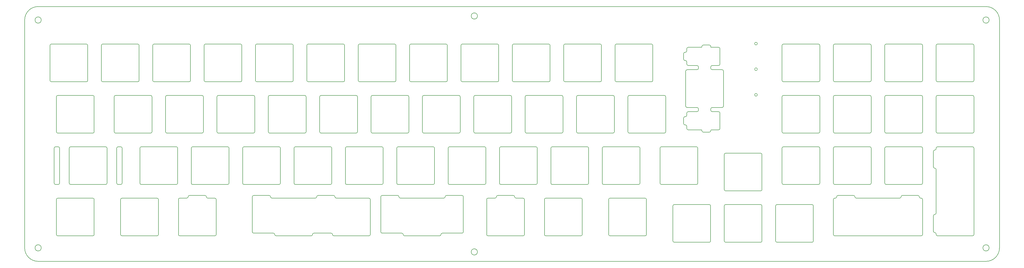
<source format=gm1>
G04 #@! TF.GenerationSoftware,KiCad,Pcbnew,7.0.1*
G04 #@! TF.CreationDate,2023-04-12T11:01:51-04:00*
G04 #@! TF.ProjectId,kastenwagen-1840-chunky-plate,6b617374-656e-4776-9167-656e2d313834,rev?*
G04 #@! TF.SameCoordinates,Original*
G04 #@! TF.FileFunction,Profile,NP*
%FSLAX46Y46*%
G04 Gerber Fmt 4.6, Leading zero omitted, Abs format (unit mm)*
G04 Created by KiCad (PCBNEW 7.0.1) date 2023-04-12 11:01:51*
%MOMM*%
%LPD*%
G01*
G04 APERTURE LIST*
G04 #@! TA.AperFunction,Profile*
%ADD10C,0.200000*%
G04 #@! TD*
G04 #@! TA.AperFunction,Profile*
%ADD11C,0.150000*%
G04 #@! TD*
G04 APERTURE END LIST*
D10*
X280700400Y-37236400D02*
G75*
G03*
X280700400Y-37236400I-500000J0D01*
G01*
X280700400Y-27736400D02*
G75*
G03*
X280700400Y-27736400I-500000J0D01*
G01*
X280700400Y-18236400D02*
G75*
G03*
X280700400Y-18236400I-500000J0D01*
G01*
D11*
X366650000Y-9500000D02*
G75*
G03*
X366650000Y-9500000I-1150000J0D01*
G01*
X366650000Y-94000000D02*
G75*
G03*
X366650000Y-94000000I-1150000J0D01*
G01*
X15150000Y-94000000D02*
G75*
G03*
X15150000Y-94000000I-1150000J0D01*
G01*
X176900000Y-95500000D02*
G75*
G03*
X176900000Y-95500000I-1150000J0D01*
G01*
D10*
X9000000Y-94000000D02*
G75*
G03*
X14000000Y-99000000I5000000J0D01*
G01*
X14000000Y-4500000D02*
G75*
G03*
X9000000Y-9500000I0J-5000000D01*
G01*
X14000000Y-99000000D02*
X365500000Y-99000000D01*
X370500000Y-9500000D02*
G75*
G03*
X365500000Y-4500000I-5000000J0D01*
G01*
X365500000Y-99000000D02*
G75*
G03*
X370500000Y-94000000I0J5000000D01*
G01*
D11*
X15150000Y-9500000D02*
G75*
G03*
X15150000Y-9500000I-1150000J0D01*
G01*
D10*
X14000000Y-4500000D02*
X365500000Y-4500000D01*
D11*
X176900000Y-8000000D02*
G75*
G03*
X176900000Y-8000000I-1150000J0D01*
G01*
D10*
X9000000Y-94000000D02*
X9000000Y-9500000D01*
X370500000Y-94000000D02*
X370500000Y-9500000D01*
G04 #@! TO.C,REF\u002A\u002A*
X268143750Y-28425000D02*
X268143750Y-41425000D01*
X267643750Y-41925000D02*
X263943750Y-41925000D01*
X267643750Y-27925000D02*
X263943750Y-27925000D01*
X266843750Y-43988000D02*
X266843750Y-49738000D01*
X266843750Y-25862000D02*
X266843750Y-20112000D01*
X266343750Y-43488000D02*
X263943750Y-43488000D01*
X266343750Y-26362000D02*
X263943750Y-26362000D01*
X263543750Y-50238000D02*
X266343750Y-50238000D01*
X263543750Y-19612000D02*
X266343750Y-19612000D01*
X263443750Y-50575000D02*
X263443750Y-50338000D01*
X263443750Y-42988000D02*
X263443750Y-42425000D01*
X263443750Y-26862000D02*
X263443750Y-27425000D01*
X263443750Y-19512000D02*
X263443750Y-19275000D01*
X260643750Y-51075000D02*
X262943750Y-51075000D01*
X260643750Y-18775000D02*
X262943750Y-18775000D01*
X260143750Y-50338000D02*
X260143750Y-50575000D01*
X260143750Y-19275000D02*
X260143750Y-19512000D01*
X258843750Y-42988000D02*
X258843750Y-42425000D01*
X258843750Y-26862000D02*
X258843750Y-27425000D01*
X258343750Y-43488000D02*
X255043750Y-43488000D01*
X258343750Y-41925000D02*
X254643750Y-41925000D01*
X258343750Y-27925000D02*
X254643750Y-27925000D01*
X258343750Y-26362000D02*
X255043750Y-26362000D01*
X255043750Y-50238000D02*
X260043750Y-50238000D01*
X255043750Y-19612000D02*
X260043750Y-19612000D01*
X254543750Y-49738000D02*
X254543750Y-48900000D01*
X254543750Y-44825000D02*
X254543750Y-43988000D01*
X254543750Y-25862000D02*
X254543750Y-25025000D01*
X254543750Y-20950000D02*
X254543750Y-20112000D01*
X254143750Y-41425000D02*
X254143750Y-28425000D01*
X253868750Y-48400000D02*
X254043750Y-48400000D01*
X253868750Y-45325000D02*
X254043750Y-45325000D01*
X253868750Y-24525000D02*
X254043750Y-24525000D01*
X253868750Y-21450000D02*
X254043750Y-21450000D01*
X253368750Y-47900000D02*
X253368750Y-45825000D01*
X253368750Y-24025000D02*
X253368750Y-21950000D01*
X267643750Y-41925000D02*
G75*
G03*
X268143750Y-41425000I-1J500001D01*
G01*
X268143750Y-28425000D02*
G75*
G03*
X267643750Y-27925000I-500001J-1D01*
G01*
X266343750Y-50238000D02*
G75*
G03*
X266843750Y-49738000I-1J500001D01*
G01*
X266343750Y-26362000D02*
G75*
G03*
X266843750Y-25862000I-1J500001D01*
G01*
X266843750Y-43988000D02*
G75*
G03*
X266343750Y-43488000I-500001J-1D01*
G01*
X266843750Y-20112000D02*
G75*
G03*
X266343750Y-19612000I-500001J-1D01*
G01*
X263443750Y-42988000D02*
G75*
G03*
X263943750Y-43488000I500001J1D01*
G01*
X263443750Y-27425000D02*
G75*
G03*
X263943750Y-27925000I500001J1D01*
G01*
X263443750Y-19512000D02*
G75*
G03*
X263543750Y-19612000I99999J-1D01*
G01*
X262943750Y-51075000D02*
G75*
G03*
X263443750Y-50575000I-1J500001D01*
G01*
X263543750Y-50238000D02*
G75*
G03*
X263443750Y-50338000I-1J-99999D01*
G01*
X263943750Y-41925000D02*
G75*
G03*
X263443750Y-42425000I1J-500001D01*
G01*
X263943750Y-26362000D02*
G75*
G03*
X263443750Y-26862000I1J-500001D01*
G01*
X263443750Y-19275000D02*
G75*
G03*
X262943750Y-18775000I-500001J-1D01*
G01*
X260143750Y-50575000D02*
G75*
G03*
X260643750Y-51075000I500000J0D01*
G01*
X260043750Y-19612000D02*
G75*
G03*
X260143750Y-19512000I0J100000D01*
G01*
X260643750Y-18775000D02*
G75*
G03*
X260143750Y-19275000I0J-500000D01*
G01*
X260143750Y-50338000D02*
G75*
G03*
X260043750Y-50238000I-100000J0D01*
G01*
X258343750Y-43488000D02*
G75*
G03*
X258843750Y-42988000I0J500000D01*
G01*
X258343750Y-27925000D02*
G75*
G03*
X258843750Y-27425000I0J500000D01*
G01*
X258843750Y-42425000D02*
G75*
G03*
X258343750Y-41925000I-500000J0D01*
G01*
X258843750Y-26862000D02*
G75*
G03*
X258343750Y-26362000I-500000J0D01*
G01*
X254543750Y-49738000D02*
G75*
G03*
X255043750Y-50238000I500000J0D01*
G01*
X254543750Y-25862000D02*
G75*
G03*
X255043750Y-26362000I500000J0D01*
G01*
X254143750Y-41425000D02*
G75*
G03*
X254643750Y-41925000I500000J0D01*
G01*
X254043750Y-45325000D02*
G75*
G03*
X254543750Y-44825000I0J500000D01*
G01*
X255043750Y-43488000D02*
G75*
G03*
X254543750Y-43988000I0J-500000D01*
G01*
X254043750Y-21450000D02*
G75*
G03*
X254543750Y-20950000I0J500000D01*
G01*
X255043750Y-19612000D02*
G75*
G03*
X254543750Y-20112000I0J-500000D01*
G01*
X254643750Y-27925000D02*
G75*
G03*
X254143750Y-28425000I0J-500000D01*
G01*
X254543750Y-48900000D02*
G75*
G03*
X254043750Y-48400000I-500000J0D01*
G01*
X254543750Y-25025000D02*
G75*
G03*
X254043750Y-24525000I-500000J0D01*
G01*
X253368750Y-47900000D02*
G75*
G03*
X253868750Y-48400000I500000J0D01*
G01*
X253368750Y-24025000D02*
G75*
G03*
X253868750Y-24525000I500000J0D01*
G01*
X253868750Y-45325000D02*
G75*
G03*
X253368750Y-45825000I0J-500000D01*
G01*
X253868750Y-21450000D02*
G75*
G03*
X253368750Y-21950000I0J-500000D01*
G01*
X18400000Y-18900000D02*
X18400000Y-31900000D01*
X18900000Y-18400000D02*
X31900000Y-18400000D01*
X31900000Y-32400000D02*
X18900000Y-32400000D01*
X32400000Y-31900000D02*
X32400000Y-18900000D01*
X18900000Y-18400000D02*
G75*
G03*
X18400000Y-18900000I1J-500001D01*
G01*
X18400000Y-31900000D02*
G75*
G03*
X18900000Y-32400000I500001J1D01*
G01*
X32400000Y-18900000D02*
G75*
G03*
X31900000Y-18400000I-500000J0D01*
G01*
X31900000Y-32400000D02*
G75*
G03*
X32400000Y-31900000I0J500000D01*
G01*
X37450000Y-18900000D02*
X37450000Y-31900000D01*
X37950000Y-18400000D02*
X50950000Y-18400000D01*
X50950000Y-32400000D02*
X37950000Y-32400000D01*
X51450000Y-31900000D02*
X51450000Y-18900000D01*
X37950000Y-18400000D02*
G75*
G03*
X37450000Y-18900000I1J-500001D01*
G01*
X37450000Y-31900000D02*
G75*
G03*
X37950000Y-32400000I500001J1D01*
G01*
X51450000Y-18900000D02*
G75*
G03*
X50950000Y-18400000I-500000J0D01*
G01*
X50950000Y-32400000D02*
G75*
G03*
X51450000Y-31900000I0J500000D01*
G01*
X56500000Y-18900000D02*
X56500000Y-31900000D01*
X57000000Y-18400000D02*
X70000000Y-18400000D01*
X70000000Y-32400000D02*
X57000000Y-32400000D01*
X70500000Y-31900000D02*
X70500000Y-18900000D01*
X57000000Y-18400000D02*
G75*
G03*
X56500000Y-18900000I1J-500001D01*
G01*
X56500000Y-31900000D02*
G75*
G03*
X57000000Y-32400000I500001J1D01*
G01*
X70500000Y-18900000D02*
G75*
G03*
X70000000Y-18400000I-500000J0D01*
G01*
X70000000Y-32400000D02*
G75*
G03*
X70500000Y-31900000I0J500000D01*
G01*
X75550000Y-18900000D02*
X75550000Y-31900000D01*
X76050000Y-18400000D02*
X89050000Y-18400000D01*
X89050000Y-32400000D02*
X76050000Y-32400000D01*
X89550000Y-31900000D02*
X89550000Y-18900000D01*
X76050000Y-18400000D02*
G75*
G03*
X75550000Y-18900000I1J-500001D01*
G01*
X75550000Y-31900000D02*
G75*
G03*
X76050000Y-32400000I500001J1D01*
G01*
X89550000Y-18900000D02*
G75*
G03*
X89050000Y-18400000I-500000J0D01*
G01*
X89050000Y-32400000D02*
G75*
G03*
X89550000Y-31900000I0J500000D01*
G01*
X170800000Y-18900000D02*
X170800000Y-31900000D01*
X171300000Y-18400000D02*
X184300000Y-18400000D01*
X184300000Y-32400000D02*
X171300000Y-32400000D01*
X184800000Y-31900000D02*
X184800000Y-18900000D01*
X171300000Y-18400000D02*
G75*
G03*
X170800000Y-18900000I1J-500001D01*
G01*
X170800000Y-31900000D02*
G75*
G03*
X171300000Y-32400000I500001J1D01*
G01*
X184800000Y-18900000D02*
G75*
G03*
X184300000Y-18400000I-500000J0D01*
G01*
X184300000Y-32400000D02*
G75*
G03*
X184800000Y-31900000I0J500000D01*
G01*
X208900000Y-18900000D02*
X208900000Y-31900000D01*
X209400000Y-18400000D02*
X222400000Y-18400000D01*
X222400000Y-32400000D02*
X209400000Y-32400000D01*
X222900000Y-31900000D02*
X222900000Y-18900000D01*
X209400000Y-18400000D02*
G75*
G03*
X208900000Y-18900000I1J-500001D01*
G01*
X208900000Y-31900000D02*
G75*
G03*
X209400000Y-32400000I500001J1D01*
G01*
X222900000Y-18900000D02*
G75*
G03*
X222400000Y-18400000I-500000J0D01*
G01*
X222400000Y-32400000D02*
G75*
G03*
X222900000Y-31900000I0J500000D01*
G01*
X227950000Y-18900000D02*
X227950000Y-31900000D01*
X228450000Y-18400000D02*
X241450000Y-18400000D01*
X241450000Y-32400000D02*
X228450000Y-32400000D01*
X241950000Y-31900000D02*
X241950000Y-18900000D01*
X228450000Y-18400000D02*
G75*
G03*
X227950000Y-18900000I1J-500001D01*
G01*
X227950000Y-31900000D02*
G75*
G03*
X228450000Y-32400000I500001J1D01*
G01*
X241950000Y-18900000D02*
G75*
G03*
X241450000Y-18400000I-500000J0D01*
G01*
X241450000Y-32400000D02*
G75*
G03*
X241950000Y-31900000I0J500000D01*
G01*
X189850000Y-18900000D02*
X189850000Y-31900000D01*
X190350000Y-18400000D02*
X203350000Y-18400000D01*
X203350000Y-32400000D02*
X190350000Y-32400000D01*
X203850000Y-31900000D02*
X203850000Y-18900000D01*
X190350000Y-18400000D02*
G75*
G03*
X189850000Y-18900000I1J-500001D01*
G01*
X189850000Y-31900000D02*
G75*
G03*
X190350000Y-32400000I500001J1D01*
G01*
X203850000Y-18900000D02*
G75*
G03*
X203350000Y-18400000I-500000J0D01*
G01*
X203350000Y-32400000D02*
G75*
G03*
X203850000Y-31900000I0J500000D01*
G01*
X61262500Y-37950000D02*
X61262500Y-50950000D01*
X61762500Y-37450000D02*
X74762500Y-37450000D01*
X74762500Y-51450000D02*
X61762500Y-51450000D01*
X75262500Y-50950000D02*
X75262500Y-37950000D01*
X61762500Y-37450000D02*
G75*
G03*
X61262500Y-37950000I1J-500001D01*
G01*
X61262500Y-50950000D02*
G75*
G03*
X61762500Y-51450000I500001J1D01*
G01*
X75262500Y-37950000D02*
G75*
G03*
X74762500Y-37450000I-500000J0D01*
G01*
X74762500Y-51450000D02*
G75*
G03*
X75262500Y-50950000I0J500000D01*
G01*
X80312500Y-37950000D02*
X80312500Y-50950000D01*
X80812500Y-37450000D02*
X93812500Y-37450000D01*
X93812500Y-51450000D02*
X80812500Y-51450000D01*
X94312500Y-50950000D02*
X94312500Y-37950000D01*
X80812500Y-37450000D02*
G75*
G03*
X80312500Y-37950000I1J-500001D01*
G01*
X80312500Y-50950000D02*
G75*
G03*
X80812500Y-51450000I500001J1D01*
G01*
X94312500Y-37950000D02*
G75*
G03*
X93812500Y-37450000I-500000J0D01*
G01*
X93812500Y-51450000D02*
G75*
G03*
X94312500Y-50950000I0J500000D01*
G01*
X99362500Y-37950000D02*
X99362500Y-50950000D01*
X99862500Y-37450000D02*
X112862500Y-37450000D01*
X112862500Y-51450000D02*
X99862500Y-51450000D01*
X113362500Y-50950000D02*
X113362500Y-37950000D01*
X99862500Y-37450000D02*
G75*
G03*
X99362500Y-37950000I1J-500001D01*
G01*
X99362500Y-50950000D02*
G75*
G03*
X99862500Y-51450000I500001J1D01*
G01*
X113362500Y-37950000D02*
G75*
G03*
X112862500Y-37450000I-500000J0D01*
G01*
X112862500Y-51450000D02*
G75*
G03*
X113362500Y-50950000I0J500000D01*
G01*
X137462500Y-37950000D02*
X137462500Y-50950000D01*
X137962500Y-37450000D02*
X150962500Y-37450000D01*
X150962500Y-51450000D02*
X137962500Y-51450000D01*
X151462500Y-50950000D02*
X151462500Y-37950000D01*
X137962500Y-37450000D02*
G75*
G03*
X137462500Y-37950000I1J-500001D01*
G01*
X137462500Y-50950000D02*
G75*
G03*
X137962500Y-51450000I500001J1D01*
G01*
X151462500Y-37950000D02*
G75*
G03*
X150962500Y-37450000I-500000J0D01*
G01*
X150962500Y-51450000D02*
G75*
G03*
X151462500Y-50950000I0J500000D01*
G01*
X118412500Y-37950000D02*
X118412500Y-50950000D01*
X118912500Y-37450000D02*
X131912500Y-37450000D01*
X131912500Y-51450000D02*
X118912500Y-51450000D01*
X132412500Y-50950000D02*
X132412500Y-37950000D01*
X118912500Y-37450000D02*
G75*
G03*
X118412500Y-37950000I1J-500001D01*
G01*
X118412500Y-50950000D02*
G75*
G03*
X118912500Y-51450000I500001J1D01*
G01*
X132412500Y-37950000D02*
G75*
G03*
X131912500Y-37450000I-500000J0D01*
G01*
X131912500Y-51450000D02*
G75*
G03*
X132412500Y-50950000I0J500000D01*
G01*
X42212500Y-37950000D02*
X42212500Y-50950000D01*
X42712500Y-37450000D02*
X55712500Y-37450000D01*
X55712500Y-51450000D02*
X42712500Y-51450000D01*
X56212500Y-50950000D02*
X56212500Y-37950000D01*
X42712500Y-37450000D02*
G75*
G03*
X42212500Y-37950000I1J-500001D01*
G01*
X42212500Y-50950000D02*
G75*
G03*
X42712500Y-51450000I500001J1D01*
G01*
X56212500Y-37950000D02*
G75*
G03*
X55712500Y-37450000I-500000J0D01*
G01*
X55712500Y-51450000D02*
G75*
G03*
X56212500Y-50950000I0J500000D01*
G01*
X156512500Y-37950000D02*
X156512500Y-50950000D01*
X157012500Y-37450000D02*
X170012500Y-37450000D01*
X170012500Y-51450000D02*
X157012500Y-51450000D01*
X170512500Y-50950000D02*
X170512500Y-37950000D01*
X157012500Y-37450000D02*
G75*
G03*
X156512500Y-37950000I1J-500001D01*
G01*
X156512500Y-50950000D02*
G75*
G03*
X157012500Y-51450000I500001J1D01*
G01*
X170512500Y-37950000D02*
G75*
G03*
X170012500Y-37450000I-500000J0D01*
G01*
X170012500Y-51450000D02*
G75*
G03*
X170512500Y-50950000I0J500000D01*
G01*
X232712500Y-37950000D02*
X232712500Y-50950000D01*
X233212500Y-37450000D02*
X246212500Y-37450000D01*
X246212500Y-51450000D02*
X233212500Y-51450000D01*
X246712500Y-50950000D02*
X246712500Y-37950000D01*
X233212500Y-37450000D02*
G75*
G03*
X232712500Y-37950000I1J-500001D01*
G01*
X232712500Y-50950000D02*
G75*
G03*
X233212500Y-51450000I500001J1D01*
G01*
X246712500Y-37950000D02*
G75*
G03*
X246212500Y-37450000I-500000J0D01*
G01*
X246212500Y-51450000D02*
G75*
G03*
X246712500Y-50950000I0J500000D01*
G01*
X194612500Y-37950000D02*
X194612500Y-50950000D01*
X195112500Y-37450000D02*
X208112500Y-37450000D01*
X208112500Y-51450000D02*
X195112500Y-51450000D01*
X208612500Y-50950000D02*
X208612500Y-37950000D01*
X195112500Y-37450000D02*
G75*
G03*
X194612500Y-37950000I1J-500001D01*
G01*
X194612500Y-50950000D02*
G75*
G03*
X195112500Y-51450000I500001J1D01*
G01*
X208612500Y-37950000D02*
G75*
G03*
X208112500Y-37450000I-500000J0D01*
G01*
X208112500Y-51450000D02*
G75*
G03*
X208612500Y-50950000I0J500000D01*
G01*
X175562500Y-37950000D02*
X175562500Y-50950000D01*
X176062500Y-37450000D02*
X189062500Y-37450000D01*
X189062500Y-51450000D02*
X176062500Y-51450000D01*
X189562500Y-50950000D02*
X189562500Y-37950000D01*
X176062500Y-37450000D02*
G75*
G03*
X175562500Y-37950000I1J-500001D01*
G01*
X175562500Y-50950000D02*
G75*
G03*
X176062500Y-51450000I500001J1D01*
G01*
X189562500Y-37950000D02*
G75*
G03*
X189062500Y-37450000I-500000J0D01*
G01*
X189062500Y-51450000D02*
G75*
G03*
X189562500Y-50950000I0J500000D01*
G01*
X213662500Y-37950000D02*
X213662500Y-50950000D01*
X214162500Y-37450000D02*
X227162500Y-37450000D01*
X227162500Y-51450000D02*
X214162500Y-51450000D01*
X227662500Y-50950000D02*
X227662500Y-37950000D01*
X214162500Y-37450000D02*
G75*
G03*
X213662500Y-37950000I1J-500001D01*
G01*
X213662500Y-50950000D02*
G75*
G03*
X214162500Y-51450000I500001J1D01*
G01*
X227662500Y-37950000D02*
G75*
G03*
X227162500Y-37450000I-500000J0D01*
G01*
X227162500Y-51450000D02*
G75*
G03*
X227662500Y-50950000I0J500000D01*
G01*
X223187500Y-57000000D02*
X223187500Y-70000000D01*
X223687500Y-56500000D02*
X236687500Y-56500000D01*
X236687500Y-70500000D02*
X223687500Y-70500000D01*
X237187500Y-70000000D02*
X237187500Y-57000000D01*
X223687500Y-56500000D02*
G75*
G03*
X223187500Y-57000000I1J-500001D01*
G01*
X223187500Y-70000000D02*
G75*
G03*
X223687500Y-70500000I500001J1D01*
G01*
X237187500Y-57000000D02*
G75*
G03*
X236687500Y-56500000I-500000J0D01*
G01*
X236687500Y-70500000D02*
G75*
G03*
X237187500Y-70000000I0J500000D01*
G01*
X51737500Y-57000000D02*
X51737500Y-70000000D01*
X52237500Y-56500000D02*
X65237500Y-56500000D01*
X65237500Y-70500000D02*
X52237500Y-70500000D01*
X65737500Y-70000000D02*
X65737500Y-57000000D01*
X52237500Y-56500000D02*
G75*
G03*
X51737500Y-57000000I1J-500001D01*
G01*
X51737500Y-70000000D02*
G75*
G03*
X52237500Y-70500000I500001J1D01*
G01*
X65737500Y-57000000D02*
G75*
G03*
X65237500Y-56500000I-500000J0D01*
G01*
X65237500Y-70500000D02*
G75*
G03*
X65737500Y-70000000I0J500000D01*
G01*
X185087500Y-57000000D02*
X185087500Y-70000000D01*
X185587500Y-56500000D02*
X198587500Y-56500000D01*
X198587500Y-70500000D02*
X185587500Y-70500000D01*
X199087500Y-70000000D02*
X199087500Y-57000000D01*
X185587500Y-56500000D02*
G75*
G03*
X185087500Y-57000000I1J-500001D01*
G01*
X185087500Y-70000000D02*
G75*
G03*
X185587500Y-70500000I500001J1D01*
G01*
X199087500Y-57000000D02*
G75*
G03*
X198587500Y-56500000I-500000J0D01*
G01*
X198587500Y-70500000D02*
G75*
G03*
X199087500Y-70000000I0J500000D01*
G01*
X204137500Y-57000000D02*
X204137500Y-70000000D01*
X204637500Y-56500000D02*
X217637500Y-56500000D01*
X217637500Y-70500000D02*
X204637500Y-70500000D01*
X218137500Y-70000000D02*
X218137500Y-57000000D01*
X204637500Y-56500000D02*
G75*
G03*
X204137500Y-57000000I1J-500001D01*
G01*
X204137500Y-70000000D02*
G75*
G03*
X204637500Y-70500000I500001J1D01*
G01*
X218137500Y-57000000D02*
G75*
G03*
X217637500Y-56500000I-500000J0D01*
G01*
X217637500Y-70500000D02*
G75*
G03*
X218137500Y-70000000I0J500000D01*
G01*
X166037500Y-57000000D02*
X166037500Y-70000000D01*
X166537500Y-56500000D02*
X179537500Y-56500000D01*
X179537500Y-70500000D02*
X166537500Y-70500000D01*
X180037500Y-70000000D02*
X180037500Y-57000000D01*
X166537500Y-56500000D02*
G75*
G03*
X166037500Y-57000000I1J-500001D01*
G01*
X166037500Y-70000000D02*
G75*
G03*
X166537500Y-70500000I500001J1D01*
G01*
X180037500Y-57000000D02*
G75*
G03*
X179537500Y-56500000I-500000J0D01*
G01*
X179537500Y-70500000D02*
G75*
G03*
X180037500Y-70000000I0J500000D01*
G01*
X127937500Y-57000000D02*
X127937500Y-70000000D01*
X128437500Y-56500000D02*
X141437500Y-56500000D01*
X141437500Y-70500000D02*
X128437500Y-70500000D01*
X141937500Y-70000000D02*
X141937500Y-57000000D01*
X128437500Y-56500000D02*
G75*
G03*
X127937500Y-57000000I1J-500001D01*
G01*
X127937500Y-70000000D02*
G75*
G03*
X128437500Y-70500000I500001J1D01*
G01*
X141937500Y-57000000D02*
G75*
G03*
X141437500Y-56500000I-500000J0D01*
G01*
X141437500Y-70500000D02*
G75*
G03*
X141937500Y-70000000I0J500000D01*
G01*
X108887500Y-57000000D02*
X108887500Y-70000000D01*
X109387500Y-56500000D02*
X122387500Y-56500000D01*
X122387500Y-70500000D02*
X109387500Y-70500000D01*
X122887500Y-70000000D02*
X122887500Y-57000000D01*
X109387500Y-56500000D02*
G75*
G03*
X108887500Y-57000000I1J-500001D01*
G01*
X108887500Y-70000000D02*
G75*
G03*
X109387500Y-70500000I500001J1D01*
G01*
X122887500Y-57000000D02*
G75*
G03*
X122387500Y-56500000I-500000J0D01*
G01*
X122387500Y-70500000D02*
G75*
G03*
X122887500Y-70000000I0J500000D01*
G01*
X146987500Y-57000000D02*
X146987500Y-70000000D01*
X147487500Y-56500000D02*
X160487500Y-56500000D01*
X160487500Y-70500000D02*
X147487500Y-70500000D01*
X160987500Y-70000000D02*
X160987500Y-57000000D01*
X147487500Y-56500000D02*
G75*
G03*
X146987500Y-57000000I1J-500001D01*
G01*
X146987500Y-70000000D02*
G75*
G03*
X147487500Y-70500000I500001J1D01*
G01*
X160987500Y-57000000D02*
G75*
G03*
X160487500Y-56500000I-500000J0D01*
G01*
X160487500Y-70500000D02*
G75*
G03*
X160987500Y-70000000I0J500000D01*
G01*
X70787500Y-57000000D02*
X70787500Y-70000000D01*
X71287500Y-56500000D02*
X84287500Y-56500000D01*
X84287500Y-70500000D02*
X71287500Y-70500000D01*
X84787500Y-70000000D02*
X84787500Y-57000000D01*
X71287500Y-56500000D02*
G75*
G03*
X70787500Y-57000000I1J-500001D01*
G01*
X70787500Y-70000000D02*
G75*
G03*
X71287500Y-70500000I500001J1D01*
G01*
X84787500Y-57000000D02*
G75*
G03*
X84287500Y-56500000I-500000J0D01*
G01*
X84287500Y-70500000D02*
G75*
G03*
X84787500Y-70000000I0J500000D01*
G01*
X89837500Y-57000000D02*
X89837500Y-70000000D01*
X90337500Y-56500000D02*
X103337500Y-56500000D01*
X103337500Y-70500000D02*
X90337500Y-70500000D01*
X103837500Y-70000000D02*
X103837500Y-57000000D01*
X90337500Y-56500000D02*
G75*
G03*
X89837500Y-57000000I1J-500001D01*
G01*
X89837500Y-70000000D02*
G75*
G03*
X90337500Y-70500000I500001J1D01*
G01*
X103837500Y-57000000D02*
G75*
G03*
X103337500Y-56500000I-500000J0D01*
G01*
X103337500Y-70500000D02*
G75*
G03*
X103837500Y-70000000I0J500000D01*
G01*
X19943750Y-57000000D02*
X19943750Y-70000000D01*
X20443750Y-56500000D02*
X21443750Y-56500000D01*
X20443750Y-70500000D02*
X21443750Y-70500000D01*
X21943750Y-57000000D02*
X21943750Y-70000000D01*
X25543750Y-57000000D02*
X25543750Y-70000000D01*
X26043750Y-56500000D02*
X39043750Y-56500000D01*
X39043750Y-70500000D02*
X26043750Y-70500000D01*
X39543750Y-70000000D02*
X39543750Y-57000000D01*
X43143750Y-70000000D02*
X43143750Y-57000000D01*
X44643750Y-56500000D02*
X43643750Y-56500000D01*
X44643750Y-70500000D02*
X43643750Y-70500000D01*
X45143750Y-70000000D02*
X45143750Y-57000000D01*
X20443750Y-56500000D02*
G75*
G03*
X19943750Y-57000000I1J-500001D01*
G01*
X19943750Y-70000000D02*
G75*
G03*
X20443750Y-70500000I500001J1D01*
G01*
X21943750Y-57000000D02*
G75*
G03*
X21443750Y-56500000I-500001J-1D01*
G01*
X21443750Y-70500000D02*
G75*
G03*
X21943750Y-70000000I-1J500001D01*
G01*
X26043750Y-56500000D02*
G75*
G03*
X25543750Y-57000000I1J-500001D01*
G01*
X25543750Y-70000000D02*
G75*
G03*
X26043750Y-70500000I500001J1D01*
G01*
X39543750Y-57000000D02*
G75*
G03*
X39043750Y-56500000I-500000J0D01*
G01*
X39043750Y-70500000D02*
G75*
G03*
X39543750Y-70000000I0J500000D01*
G01*
X43643750Y-56500000D02*
G75*
G03*
X43143750Y-57000000I0J-500000D01*
G01*
X43143750Y-70000000D02*
G75*
G03*
X43643750Y-70500000I500000J0D01*
G01*
X45143750Y-57000000D02*
G75*
G03*
X44643750Y-56500000I-500000J0D01*
G01*
X44643750Y-70500000D02*
G75*
G03*
X45143750Y-70000000I0J500000D01*
G01*
X244618750Y-57000000D02*
X244618750Y-70000000D01*
X245118750Y-56500000D02*
X258118750Y-56500000D01*
X258118750Y-70500000D02*
X245118750Y-70500000D01*
X258618750Y-70000000D02*
X258618750Y-57000000D01*
X245118750Y-56500000D02*
G75*
G03*
X244618750Y-57000000I1J-500001D01*
G01*
X244618750Y-70000000D02*
G75*
G03*
X245118750Y-70500000I500001J1D01*
G01*
X258618750Y-57000000D02*
G75*
G03*
X258118750Y-56500000I-500000J0D01*
G01*
X258118750Y-70500000D02*
G75*
G03*
X258618750Y-70000000I0J500000D01*
G01*
X44593750Y-76050000D02*
X44593750Y-89050000D01*
X45093750Y-75550000D02*
X58093750Y-75550000D01*
X58093750Y-89550000D02*
X45093750Y-89550000D01*
X58593750Y-89050000D02*
X58593750Y-76050000D01*
X45093750Y-75550000D02*
G75*
G03*
X44593750Y-76050000I1J-500001D01*
G01*
X44593750Y-89050000D02*
G75*
G03*
X45093750Y-89550000I500001J1D01*
G01*
X58593750Y-76050000D02*
G75*
G03*
X58093750Y-75550000I-500000J0D01*
G01*
X58093750Y-89550000D02*
G75*
G03*
X58593750Y-89050000I0J500000D01*
G01*
X225568750Y-76050000D02*
X225568750Y-89050000D01*
X226068750Y-75550000D02*
X239068750Y-75550000D01*
X239068750Y-89550000D02*
X226068750Y-89550000D01*
X239568750Y-89050000D02*
X239568750Y-76050000D01*
X226068750Y-75550000D02*
G75*
G03*
X225568750Y-76050000I1J-500001D01*
G01*
X225568750Y-89050000D02*
G75*
G03*
X226068750Y-89550000I500001J1D01*
G01*
X239568750Y-76050000D02*
G75*
G03*
X239068750Y-75550000I-500000J0D01*
G01*
X239068750Y-89550000D02*
G75*
G03*
X239568750Y-89050000I0J500000D01*
G01*
X201756250Y-76050000D02*
X201756250Y-89050000D01*
X202256250Y-75550000D02*
X215256250Y-75550000D01*
X215256250Y-89550000D02*
X202256250Y-89550000D01*
X215756250Y-89050000D02*
X215756250Y-76050000D01*
X202256250Y-75550000D02*
G75*
G03*
X201756250Y-76050000I1J-500001D01*
G01*
X201756250Y-89050000D02*
G75*
G03*
X202256250Y-89550000I500001J1D01*
G01*
X215756250Y-76050000D02*
G75*
G03*
X215256250Y-75550000I-500000J0D01*
G01*
X215256250Y-89550000D02*
G75*
G03*
X215756250Y-89050000I0J500000D01*
G01*
X327962500Y-57000000D02*
X327962500Y-70000000D01*
X328462500Y-56500000D02*
X341462500Y-56500000D01*
X341462500Y-70500000D02*
X328462500Y-70500000D01*
X341962500Y-70000000D02*
X341962500Y-57000000D01*
X328462500Y-56500000D02*
G75*
G03*
X327962500Y-57000000I1J-500001D01*
G01*
X327962500Y-70000000D02*
G75*
G03*
X328462500Y-70500000I500001J1D01*
G01*
X341962500Y-57000000D02*
G75*
G03*
X341462500Y-56500000I-500000J0D01*
G01*
X341462500Y-70500000D02*
G75*
G03*
X341962500Y-70000000I0J500000D01*
G01*
X341962500Y-89050000D02*
X341962500Y-76050000D01*
X341462500Y-89550000D02*
X309412500Y-89550000D01*
X341250500Y-75550000D02*
X341462500Y-75550000D01*
X340250500Y-74550000D02*
X334500500Y-74550000D01*
X317374500Y-75550000D02*
X333500500Y-75550000D01*
X316374500Y-74550000D02*
X310624500Y-74550000D01*
X309412500Y-75550000D02*
X309624500Y-75550000D01*
X308912500Y-76050000D02*
X308912500Y-89050000D01*
X341462500Y-89550000D02*
G75*
G03*
X341962500Y-89050000I-1J500001D01*
G01*
X341962500Y-76050000D02*
G75*
G03*
X341462500Y-75550000I-500001J-1D01*
G01*
X340750500Y-75050000D02*
G75*
G03*
X341250500Y-75550000I500001J1D01*
G01*
X340750500Y-75050000D02*
G75*
G03*
X340250500Y-74550000I-500001J-1D01*
G01*
X334500500Y-74550000D02*
G75*
G03*
X334000500Y-75050000I1J-500001D01*
G01*
X333500500Y-75550000D02*
G75*
G03*
X334000500Y-75050000I-1J500001D01*
G01*
X316874500Y-75050000D02*
G75*
G03*
X317374500Y-75550000I500000J0D01*
G01*
X316874500Y-75050000D02*
G75*
G03*
X316374500Y-74550000I-500000J0D01*
G01*
X310624500Y-74550000D02*
G75*
G03*
X310124500Y-75050000I0J-500000D01*
G01*
X309624500Y-75550000D02*
G75*
G03*
X310124500Y-75050000I0J500000D01*
G01*
X308912500Y-89050000D02*
G75*
G03*
X309412500Y-89550000I500000J0D01*
G01*
X309412500Y-75550000D02*
G75*
G03*
X308912500Y-76050000I0J-500000D01*
G01*
X360512500Y-56500000D02*
X347512500Y-56500000D01*
X361012500Y-57000000D02*
X361012500Y-89050000D01*
X347012500Y-57212000D02*
X347012500Y-57000000D01*
X346012500Y-58212000D02*
X346012500Y-63962000D01*
X347012500Y-81088000D02*
X347012500Y-64962000D01*
X346012500Y-82088000D02*
X346012500Y-87838000D01*
X347012500Y-89050000D02*
X347012500Y-88838000D01*
X347512500Y-89550000D02*
X360512500Y-89550000D01*
X361012500Y-57000000D02*
G75*
G03*
X360512500Y-56500000I-500001J-1D01*
G01*
X347512500Y-56500000D02*
G75*
G03*
X347012500Y-57000000I1J-500001D01*
G01*
X346512500Y-57712000D02*
G75*
G03*
X347012500Y-57212000I-1J500001D01*
G01*
X346512500Y-57712000D02*
G75*
G03*
X346012500Y-58212000I1J-500001D01*
G01*
X346012500Y-63962000D02*
G75*
G03*
X346512500Y-64462000I500001J1D01*
G01*
X347012500Y-64962000D02*
G75*
G03*
X346512500Y-64462000I-500001J-1D01*
G01*
X346512500Y-81588000D02*
G75*
G03*
X347012500Y-81088000I0J500000D01*
G01*
X346512500Y-81588000D02*
G75*
G03*
X346012500Y-82088000I0J-500000D01*
G01*
X346012500Y-87838000D02*
G75*
G03*
X346512500Y-88338000I500000J0D01*
G01*
X347012500Y-88838000D02*
G75*
G03*
X346512500Y-88338000I-500000J0D01*
G01*
X360512500Y-89550000D02*
G75*
G03*
X361012500Y-89050000I0J500000D01*
G01*
X347012500Y-89050000D02*
G75*
G03*
X347512500Y-89550000I500000J0D01*
G01*
X66025000Y-76050000D02*
X66025000Y-89050000D01*
X66525000Y-75550000D02*
X69125000Y-75550000D01*
X75875000Y-74550000D02*
X70125000Y-74550000D01*
X76875000Y-75550000D02*
X79525000Y-75550000D01*
X79525000Y-89550000D02*
X66525000Y-89550000D01*
X80025000Y-89050000D02*
X80025000Y-76050000D01*
X93430750Y-75050000D02*
X93430750Y-88050000D01*
X93930750Y-74550000D02*
X99680750Y-74550000D01*
X93930750Y-88550000D02*
X101243750Y-88550000D01*
X100680750Y-75550000D02*
X116806750Y-75550000D01*
X115243750Y-89550000D02*
X102243750Y-89550000D01*
X116243750Y-88550000D02*
X122675000Y-88550000D01*
X117806750Y-74550000D02*
X123556750Y-74550000D01*
X124556750Y-75550000D02*
X136675000Y-75550000D01*
X136675000Y-89550000D02*
X123675000Y-89550000D01*
X137175000Y-89050000D02*
X137175000Y-76050000D01*
X141055750Y-75050000D02*
X141055750Y-88050000D01*
X141555750Y-74550000D02*
X147305750Y-74550000D01*
X141555750Y-88550000D02*
X148868750Y-88550000D01*
X148305750Y-75550000D02*
X164431750Y-75550000D01*
X162868750Y-89550000D02*
X149868750Y-89550000D01*
X163868750Y-88550000D02*
X171181750Y-88550000D01*
X165431750Y-74550000D02*
X171181750Y-74550000D01*
X171681750Y-75050000D02*
X171681750Y-88050000D01*
X180325000Y-76050000D02*
X180325000Y-89050000D01*
X180825000Y-75550000D02*
X183450000Y-75550000D01*
X184450000Y-74550000D02*
X190200000Y-74550000D01*
X191200000Y-75550000D02*
X193825000Y-75550000D01*
X193825000Y-89550000D02*
X180825000Y-89550000D01*
X194325000Y-89050000D02*
X194325000Y-76050000D01*
X66525000Y-75550000D02*
G75*
G03*
X66025000Y-76050000I1J-500001D01*
G01*
X66025000Y-89050000D02*
G75*
G03*
X66525000Y-89550000I500001J1D01*
G01*
X69125000Y-75550000D02*
G75*
G03*
X69625000Y-75050000I-1J500001D01*
G01*
X70125000Y-74550000D02*
G75*
G03*
X69625000Y-75050000I1J-500001D01*
G01*
X76375000Y-75050000D02*
G75*
G03*
X75875000Y-74550000I-500001J-1D01*
G01*
X76375000Y-75050000D02*
G75*
G03*
X76875000Y-75550000I500001J1D01*
G01*
X80025000Y-76050000D02*
G75*
G03*
X79525000Y-75550000I-500001J-1D01*
G01*
X79525000Y-89550000D02*
G75*
G03*
X80025000Y-89050000I-1J500001D01*
G01*
X93930750Y-74550000D02*
G75*
G03*
X93430750Y-75050000I1J-500001D01*
G01*
X93430750Y-88050000D02*
G75*
G03*
X93930750Y-88550000I500001J1D01*
G01*
X100180750Y-75050000D02*
G75*
G03*
X99680750Y-74550000I-500001J-1D01*
G01*
X100180750Y-75050000D02*
G75*
G03*
X100680750Y-75550000I500001J1D01*
G01*
X101743750Y-89050000D02*
G75*
G03*
X101243750Y-88550000I-500001J-1D01*
G01*
X101743750Y-89050000D02*
G75*
G03*
X102243750Y-89550000I500001J1D01*
G01*
X115243750Y-89550000D02*
G75*
G03*
X115743750Y-89050000I-1J500001D01*
G01*
X116243750Y-88550000D02*
G75*
G03*
X115743750Y-89050000I1J-500001D01*
G01*
X116806750Y-75550000D02*
G75*
G03*
X117306750Y-75050000I-1J500001D01*
G01*
X117806750Y-74550000D02*
G75*
G03*
X117306750Y-75050000I1J-500001D01*
G01*
X123175000Y-89050000D02*
G75*
G03*
X122675000Y-88550000I-500001J-1D01*
G01*
X124056750Y-75050000D02*
G75*
G03*
X123556750Y-74550000I-500001J-1D01*
G01*
X123175000Y-89050000D02*
G75*
G03*
X123675000Y-89550000I500001J1D01*
G01*
X124056750Y-75050000D02*
G75*
G03*
X124556750Y-75550000I500001J1D01*
G01*
X137175000Y-76050000D02*
G75*
G03*
X136675000Y-75550000I-500000J0D01*
G01*
X136675000Y-89550000D02*
G75*
G03*
X137175000Y-89050000I0J500000D01*
G01*
X141555750Y-74549950D02*
G75*
G03*
X141055750Y-75050000I50J-500050D01*
G01*
X141055800Y-88050000D02*
G75*
G03*
X141555750Y-88550000I500000J0D01*
G01*
X147805700Y-75050000D02*
G75*
G03*
X147305750Y-74550000I-500000J0D01*
G01*
X147805800Y-75050000D02*
G75*
G03*
X148305750Y-75550000I500000J0D01*
G01*
X149368700Y-89050000D02*
G75*
G03*
X148868750Y-88550000I-500000J0D01*
G01*
X149368800Y-89050000D02*
G75*
G03*
X149868750Y-89550000I500000J0D01*
G01*
X162868750Y-89550050D02*
G75*
G03*
X163368750Y-89050000I-50J500050D01*
G01*
X163868750Y-88549950D02*
G75*
G03*
X163368750Y-89050000I50J-500050D01*
G01*
X164431750Y-75550050D02*
G75*
G03*
X164931750Y-75050000I-50J500050D01*
G01*
X165431750Y-74549950D02*
G75*
G03*
X164931750Y-75050000I50J-500050D01*
G01*
X171681700Y-75050000D02*
G75*
G03*
X171181750Y-74550000I-500000J0D01*
G01*
X171181750Y-88550050D02*
G75*
G03*
X171681750Y-88050000I-50J500050D01*
G01*
X180825000Y-75550000D02*
G75*
G03*
X180325000Y-76050000I0J-500000D01*
G01*
X180325000Y-89050000D02*
G75*
G03*
X180825000Y-89550000I500000J0D01*
G01*
X183450000Y-75550000D02*
G75*
G03*
X183950000Y-75050000I0J500000D01*
G01*
X184450000Y-74550000D02*
G75*
G03*
X183950000Y-75050000I0J-500000D01*
G01*
X190700000Y-75050000D02*
G75*
G03*
X190200000Y-74550000I-500000J0D01*
G01*
X190700000Y-75050000D02*
G75*
G03*
X191200000Y-75550000I500000J0D01*
G01*
X194325000Y-76050000D02*
G75*
G03*
X193825000Y-75550000I-500000J0D01*
G01*
X193825000Y-89550000D02*
G75*
G03*
X194325000Y-89050000I0J500000D01*
G01*
X308912500Y-57000000D02*
X308912500Y-70000000D01*
X309412500Y-56500000D02*
X322412500Y-56500000D01*
X322412500Y-70500000D02*
X309412500Y-70500000D01*
X322912500Y-70000000D02*
X322912500Y-57000000D01*
X309412500Y-56500000D02*
G75*
G03*
X308912500Y-57000000I1J-500001D01*
G01*
X308912500Y-70000000D02*
G75*
G03*
X309412500Y-70500000I500001J1D01*
G01*
X322912500Y-57000000D02*
G75*
G03*
X322412500Y-56500000I-500000J0D01*
G01*
X322412500Y-70500000D02*
G75*
G03*
X322912500Y-70000000I0J500000D01*
G01*
X113650000Y-18900000D02*
X113650000Y-31900000D01*
X114150000Y-18400000D02*
X127150000Y-18400000D01*
X127150000Y-32400000D02*
X114150000Y-32400000D01*
X127650000Y-31900000D02*
X127650000Y-18900000D01*
X114150000Y-18400000D02*
G75*
G03*
X113650000Y-18900000I1J-500001D01*
G01*
X113650000Y-31900000D02*
G75*
G03*
X114150000Y-32400000I500001J1D01*
G01*
X127650000Y-18900000D02*
G75*
G03*
X127150000Y-18400000I-500000J0D01*
G01*
X127150000Y-32400000D02*
G75*
G03*
X127650000Y-31900000I0J500000D01*
G01*
X94600000Y-18900000D02*
X94600000Y-31900000D01*
X95100000Y-18400000D02*
X108100000Y-18400000D01*
X108100000Y-32400000D02*
X95100000Y-32400000D01*
X108600000Y-31900000D02*
X108600000Y-18900000D01*
X95100000Y-18400000D02*
G75*
G03*
X94600000Y-18900000I1J-500001D01*
G01*
X94600000Y-31900000D02*
G75*
G03*
X95100000Y-32400000I500001J1D01*
G01*
X108600000Y-18900000D02*
G75*
G03*
X108100000Y-18400000I-500000J0D01*
G01*
X108100000Y-32400000D02*
G75*
G03*
X108600000Y-31900000I0J500000D01*
G01*
X347012500Y-18900000D02*
X347012500Y-31900000D01*
X347512500Y-18400000D02*
X360512500Y-18400000D01*
X360512500Y-32400000D02*
X347512500Y-32400000D01*
X361012500Y-31900000D02*
X361012500Y-18900000D01*
X347512500Y-18400000D02*
G75*
G03*
X347012500Y-18900000I1J-500001D01*
G01*
X347012500Y-31900000D02*
G75*
G03*
X347512500Y-32400000I500001J1D01*
G01*
X361012500Y-18900000D02*
G75*
G03*
X360512500Y-18400000I-500000J0D01*
G01*
X360512500Y-32400000D02*
G75*
G03*
X361012500Y-31900000I0J500000D01*
G01*
X151750000Y-18900000D02*
X151750000Y-31900000D01*
X152250000Y-18400000D02*
X165250000Y-18400000D01*
X165250000Y-32400000D02*
X152250000Y-32400000D01*
X165750000Y-31900000D02*
X165750000Y-18900000D01*
X152250000Y-18400000D02*
G75*
G03*
X151750000Y-18900000I1J-500001D01*
G01*
X151750000Y-31900000D02*
G75*
G03*
X152250000Y-32400000I500001J1D01*
G01*
X165750000Y-18900000D02*
G75*
G03*
X165250000Y-18400000I-500000J0D01*
G01*
X165250000Y-32400000D02*
G75*
G03*
X165750000Y-31900000I0J500000D01*
G01*
X20781250Y-76050000D02*
X20781250Y-89050000D01*
X21281250Y-75550000D02*
X34281250Y-75550000D01*
X34281250Y-89550000D02*
X21281250Y-89550000D01*
X34781250Y-89050000D02*
X34781250Y-76050000D01*
X21281250Y-75550000D02*
G75*
G03*
X20781250Y-76050000I1J-500001D01*
G01*
X20781250Y-89050000D02*
G75*
G03*
X21281250Y-89550000I500001J1D01*
G01*
X34781250Y-76050000D02*
G75*
G03*
X34281250Y-75550000I-500000J0D01*
G01*
X34281250Y-89550000D02*
G75*
G03*
X34781250Y-89050000I0J500000D01*
G01*
X287481250Y-78431250D02*
X287481250Y-91431250D01*
X287981250Y-77931250D02*
X300981250Y-77931250D01*
X300981250Y-91931250D02*
X287981250Y-91931250D01*
X301481250Y-91431250D02*
X301481250Y-78431250D01*
X287981250Y-77931250D02*
G75*
G03*
X287481250Y-78431250I1J-500001D01*
G01*
X287481250Y-91431250D02*
G75*
G03*
X287981250Y-91931250I500001J1D01*
G01*
X301481250Y-78431250D02*
G75*
G03*
X300981250Y-77931250I-500000J0D01*
G01*
X300981250Y-91931250D02*
G75*
G03*
X301481250Y-91431250I0J500000D01*
G01*
X308912500Y-37950000D02*
X308912500Y-50950000D01*
X309412500Y-37450000D02*
X322412500Y-37450000D01*
X322412500Y-51450000D02*
X309412500Y-51450000D01*
X322912500Y-50950000D02*
X322912500Y-37950000D01*
X309412500Y-37450000D02*
G75*
G03*
X308912500Y-37950000I1J-500001D01*
G01*
X308912500Y-50950000D02*
G75*
G03*
X309412500Y-51450000I500001J1D01*
G01*
X322912500Y-37950000D02*
G75*
G03*
X322412500Y-37450000I-500000J0D01*
G01*
X322412500Y-51450000D02*
G75*
G03*
X322912500Y-50950000I0J500000D01*
G01*
X249381250Y-78431250D02*
X249381250Y-91431250D01*
X249881250Y-77931250D02*
X262881250Y-77931250D01*
X262881250Y-91931250D02*
X249881250Y-91931250D01*
X263381250Y-91431250D02*
X263381250Y-78431250D01*
X249881250Y-77931250D02*
G75*
G03*
X249381250Y-78431250I1J-500001D01*
G01*
X249381250Y-91431250D02*
G75*
G03*
X249881250Y-91931250I500001J1D01*
G01*
X263381250Y-78431250D02*
G75*
G03*
X262881250Y-77931250I-500000J0D01*
G01*
X262881250Y-91931250D02*
G75*
G03*
X263381250Y-91431250I0J500000D01*
G01*
X308912500Y-18900000D02*
X308912500Y-31900000D01*
X309412500Y-18400000D02*
X322412500Y-18400000D01*
X322412500Y-32400000D02*
X309412500Y-32400000D01*
X322912500Y-31900000D02*
X322912500Y-18900000D01*
X309412500Y-18400000D02*
G75*
G03*
X308912500Y-18900000I1J-500001D01*
G01*
X308912500Y-31900000D02*
G75*
G03*
X309412500Y-32400000I500001J1D01*
G01*
X322912500Y-18900000D02*
G75*
G03*
X322412500Y-18400000I-500000J0D01*
G01*
X322412500Y-32400000D02*
G75*
G03*
X322912500Y-31900000I0J500000D01*
G01*
X268431250Y-78431250D02*
X268431250Y-91431250D01*
X268931250Y-77931250D02*
X281931250Y-77931250D01*
X281931250Y-91931250D02*
X268931250Y-91931250D01*
X282431250Y-91431250D02*
X282431250Y-78431250D01*
X268931250Y-77931250D02*
G75*
G03*
X268431250Y-78431250I1J-500001D01*
G01*
X268431250Y-91431250D02*
G75*
G03*
X268931250Y-91931250I500001J1D01*
G01*
X282431250Y-78431250D02*
G75*
G03*
X281931250Y-77931250I-500000J0D01*
G01*
X281931250Y-91931250D02*
G75*
G03*
X282431250Y-91431250I0J500000D01*
G01*
X268431250Y-59381250D02*
X268431250Y-72381250D01*
X268931250Y-58881250D02*
X281931250Y-58881250D01*
X281931250Y-72881250D02*
X268931250Y-72881250D01*
X282431250Y-72381250D02*
X282431250Y-59381250D01*
X268931250Y-58881250D02*
G75*
G03*
X268431250Y-59381250I1J-500001D01*
G01*
X268431250Y-72381250D02*
G75*
G03*
X268931250Y-72881250I500001J1D01*
G01*
X282431250Y-59381250D02*
G75*
G03*
X281931250Y-58881250I-500000J0D01*
G01*
X281931250Y-72881250D02*
G75*
G03*
X282431250Y-72381250I0J500000D01*
G01*
X347012500Y-37950000D02*
X347012500Y-50950000D01*
X347512500Y-37450000D02*
X360512500Y-37450000D01*
X360512500Y-51450000D02*
X347512500Y-51450000D01*
X361012500Y-50950000D02*
X361012500Y-37950000D01*
X347512500Y-37450000D02*
G75*
G03*
X347012500Y-37950000I1J-500001D01*
G01*
X347012500Y-50950000D02*
G75*
G03*
X347512500Y-51450000I500001J1D01*
G01*
X361012500Y-37950000D02*
G75*
G03*
X360512500Y-37450000I-500000J0D01*
G01*
X360512500Y-51450000D02*
G75*
G03*
X361012500Y-50950000I0J500000D01*
G01*
X327962500Y-18900000D02*
X327962500Y-31900000D01*
X328462500Y-18400000D02*
X341462500Y-18400000D01*
X341462500Y-32400000D02*
X328462500Y-32400000D01*
X341962500Y-31900000D02*
X341962500Y-18900000D01*
X328462500Y-18400000D02*
G75*
G03*
X327962500Y-18900000I1J-500001D01*
G01*
X327962500Y-31900000D02*
G75*
G03*
X328462500Y-32400000I500001J1D01*
G01*
X341962500Y-18900000D02*
G75*
G03*
X341462500Y-18400000I-500000J0D01*
G01*
X341462500Y-32400000D02*
G75*
G03*
X341962500Y-31900000I0J500000D01*
G01*
X327962500Y-37950000D02*
X327962500Y-50950000D01*
X328462500Y-37450000D02*
X341462500Y-37450000D01*
X341462500Y-51450000D02*
X328462500Y-51450000D01*
X341962500Y-50950000D02*
X341962500Y-37950000D01*
X328462500Y-37450000D02*
G75*
G03*
X327962500Y-37950000I1J-500001D01*
G01*
X327962500Y-50950000D02*
G75*
G03*
X328462500Y-51450000I500001J1D01*
G01*
X341962500Y-37950000D02*
G75*
G03*
X341462500Y-37450000I-500000J0D01*
G01*
X341462500Y-51450000D02*
G75*
G03*
X341962500Y-50950000I0J500000D01*
G01*
X289862500Y-57000000D02*
X289862500Y-70000000D01*
X290362500Y-56500000D02*
X303362500Y-56500000D01*
X303362500Y-70500000D02*
X290362500Y-70500000D01*
X303862500Y-70000000D02*
X303862500Y-57000000D01*
X290362500Y-56500000D02*
G75*
G03*
X289862500Y-57000000I1J-500001D01*
G01*
X289862500Y-70000000D02*
G75*
G03*
X290362500Y-70500000I500001J1D01*
G01*
X303862500Y-57000000D02*
G75*
G03*
X303362500Y-56500000I-500000J0D01*
G01*
X303362500Y-70500000D02*
G75*
G03*
X303862500Y-70000000I0J500000D01*
G01*
X289862500Y-37950000D02*
X289862500Y-50950000D01*
X290362500Y-37450000D02*
X303362500Y-37450000D01*
X303362500Y-51450000D02*
X290362500Y-51450000D01*
X303862500Y-50950000D02*
X303862500Y-37950000D01*
X290362500Y-37450000D02*
G75*
G03*
X289862500Y-37950000I1J-500001D01*
G01*
X289862500Y-50950000D02*
G75*
G03*
X290362500Y-51450000I500001J1D01*
G01*
X303862500Y-37950000D02*
G75*
G03*
X303362500Y-37450000I-500000J0D01*
G01*
X303362500Y-51450000D02*
G75*
G03*
X303862500Y-50950000I0J500000D01*
G01*
X20781250Y-37950000D02*
X20781250Y-50950000D01*
X21281250Y-37450000D02*
X34281250Y-37450000D01*
X34281250Y-51450000D02*
X21281250Y-51450000D01*
X34781250Y-50950000D02*
X34781250Y-37950000D01*
X21281250Y-37450000D02*
G75*
G03*
X20781250Y-37950000I1J-500001D01*
G01*
X20781250Y-50950000D02*
G75*
G03*
X21281250Y-51450000I500001J1D01*
G01*
X34781250Y-37950000D02*
G75*
G03*
X34281250Y-37450000I-500000J0D01*
G01*
X34281250Y-51450000D02*
G75*
G03*
X34781250Y-50950000I0J500000D01*
G01*
X132700000Y-18900000D02*
X132700000Y-31900000D01*
X133200000Y-18400000D02*
X146200000Y-18400000D01*
X146200000Y-32400000D02*
X133200000Y-32400000D01*
X146700000Y-31900000D02*
X146700000Y-18900000D01*
X133200000Y-18400000D02*
G75*
G03*
X132700000Y-18900000I1J-500001D01*
G01*
X132700000Y-31900000D02*
G75*
G03*
X133200000Y-32400000I500001J1D01*
G01*
X146700000Y-18900000D02*
G75*
G03*
X146200000Y-18400000I-500000J0D01*
G01*
X146200000Y-32400000D02*
G75*
G03*
X146700000Y-31900000I0J500000D01*
G01*
X289862500Y-18900000D02*
X289862500Y-31900000D01*
X290362500Y-18400000D02*
X303362500Y-18400000D01*
X303362500Y-32400000D02*
X290362500Y-32400000D01*
X303862500Y-31900000D02*
X303862500Y-18900000D01*
X290362500Y-18400000D02*
G75*
G03*
X289862500Y-18900000I1J-500001D01*
G01*
X289862500Y-31900000D02*
G75*
G03*
X290362500Y-32400000I500001J1D01*
G01*
X303862500Y-18900000D02*
G75*
G03*
X303362500Y-18400000I-500000J0D01*
G01*
X303362500Y-32400000D02*
G75*
G03*
X303862500Y-31900000I0J500000D01*
G01*
G04 #@! TD*
M02*

</source>
